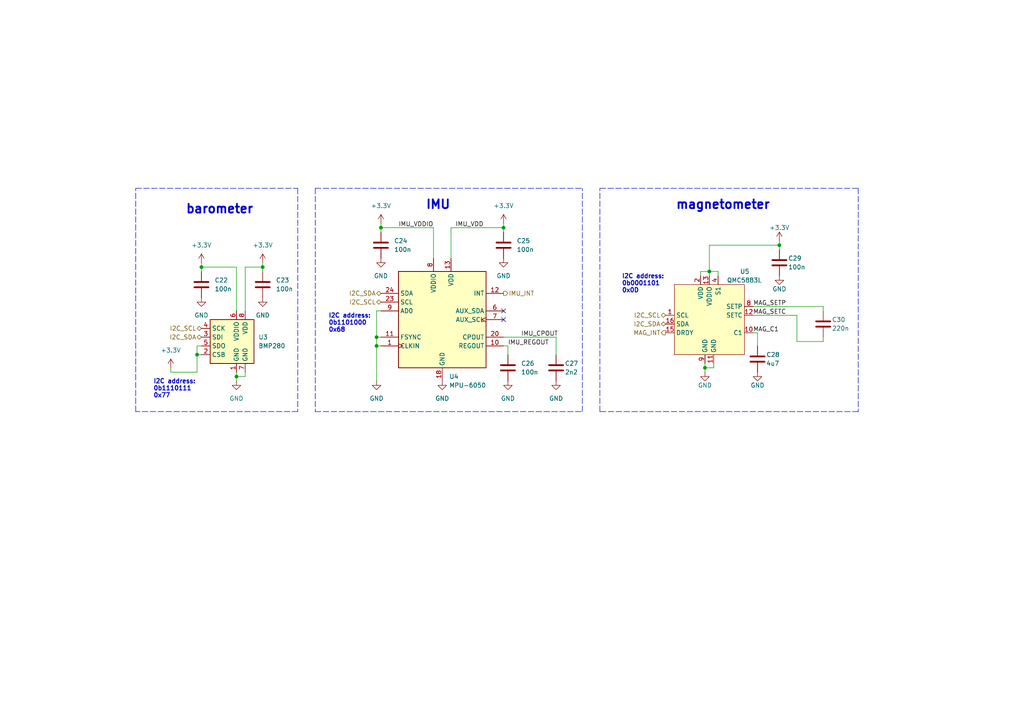
<source format=kicad_sch>
(kicad_sch (version 20211123) (generator eeschema)
  (paper "A4")
  (lib_symbols
    (symbol "Device:C" (pin_numbers hide) (pin_names (offset 0.254))
      (property "Reference" "C" (at 0.635 2.54 0))
      (property "Value" "C" (at 0.635 -2.54 0))
      (symbol "C_0_1"
        (polyline (pts (xy -2.032 -0.762) (xy 2.032 -0.762)) (stroke (width 0.508)))
        (polyline (pts (xy -2.032 0.762) (xy 2.032 0.762)) (stroke (width 0.508)))
      )
      (symbol "C_1_1"
        (pin passive line (at 0 3.81 270) (length 2.794) (name "~") (number "1"))
        (pin passive line (at 0 -3.81 90) (length 2.794) (name "~") (number "2"))
      )
    )
    (symbol "Sensor_Motion:MPU-6050"
      (property "Reference" "U" (at -11.43 13.97 0))
      (property "Value" "MPU-6050" (at 7.62 -15.24 0))
      (symbol "MPU-6050_0_0"
        (text "" (at 12.7 -2.54 0) (effects (font (size 1.27 1.27))))
      )
      (symbol "MPU-6050_0_1"
        (rectangle (start -12.7 13.97) (end 12.7 -13.97) (stroke (width 0.254)) (fill (type background)))
      )
      (symbol "MPU-6050_1_1"
        (pin input clock (at -17.78 -7.62 0) (length 5.08) (name "CLKIN") (number "1"))
        (pin passive line (at 17.78 -7.62 180) (length 5.08) (name "REGOUT") (number "10"))
        (pin input line (at -17.78 -5.08 0) (length 5.08) (name "FSYNC") (number "11"))
        (pin output line (at 17.78 7.62 180) (length 5.08) (name "INT") (number "12"))
        (pin power_in line (at 2.54 17.78 270) (length 3.81) (name "VDD") (number "13"))
        (pin no_connect line (at -12.7 -10.16 0) (length 2.54) hide (name "NC") (number "14"))
        (pin no_connect line (at 12.7 12.7 180) (length 2.54) hide (name "NC") (number "15"))
        (pin no_connect line (at 12.7 10.16 180) (length 2.54) hide (name "NC") (number "16"))
        (pin no_connect line (at 12.7 5.08 180) (length 2.54) hide (name "NC") (number "17"))
        (pin power_in line (at 0 -17.78 90) (length 3.81) (name "GND") (number "18"))
        (pin no_connect line (at 12.7 -10.16 180) (length 2.54) hide (name "NC") (number "19"))
        (pin no_connect line (at -12.7 12.7 0) (length 2.54) hide (name "NC") (number "2"))
        (pin passive line (at 17.78 -5.08 180) (length 5.08) (name "CPOUT") (number "20"))
        (pin no_connect line (at 12.7 -2.54 180) (length 2.54) hide (name "NC") (number "21"))
        (pin no_connect line (at 12.7 -12.7 180) (length 2.54) hide (name "NC") (number "22"))
        (pin input line (at -17.78 5.08 0) (length 5.08) (name "SCL") (number "23"))
        (pin bidirectional line (at -17.78 7.62 0) (length 5.08) (name "SDA") (number "24"))
        (pin no_connect line (at -12.7 10.16 0) (length 2.54) hide (name "NC") (number "3"))
        (pin no_connect line (at -12.7 0 0) (length 2.54) hide (name "NC") (number "4"))
        (pin no_connect line (at -12.7 -2.54 0) (length 2.54) hide (name "NC") (number "5"))
        (pin bidirectional line (at 17.78 2.54 180) (length 5.08) (name "AUX_SDA") (number "6"))
        (pin output clock (at 17.78 0 180) (length 5.08) (name "AUX_SCL") (number "7"))
        (pin power_in line (at -2.54 17.78 270) (length 3.81) (name "VDDIO") (number "8"))
        (pin input line (at -17.78 2.54 0) (length 5.08) (name "AD0") (number "9"))
      )
    )
    (symbol "Sensor_Pressure:BMP280"
      (property "Reference" "U" (at -7.62 10.16 0))
      (property "Value" "BMP280" (at 5.08 10.16 0))
      (symbol "BMP280_0_1"
        (rectangle (start -7.62 -5.08) (end 5.08 7.62) (stroke (width 0.254)) (fill (type background)))
      )
      (symbol "BMP280_1_1"
        (pin power_in line (at 0 -7.62 90) (length 2.54) (name "GND") (number "1"))
        (pin input line (at -10.16 -2.54 0) (length 2.54) (name "CSB") (number "2"))
        (pin bidirectional line (at -10.16 2.54 0) (length 2.54) (name "SDI") (number "3"))
        (pin input line (at -10.16 5.08 0) (length 2.54) (name "SCK") (number "4"))
        (pin bidirectional line (at -10.16 0 0) (length 2.54) (name "SDO") (number "5"))
        (pin power_in line (at 0 10.16 270) (length 2.54) (name "VDDIO") (number "6"))
        (pin power_in line (at 2.54 -7.62 90) (length 2.54) (name "GND") (number "7"))
        (pin power_in line (at 2.54 10.16 270) (length 2.54) (name "VDD") (number "8"))
      )
    )
    (symbol "goose:QMC5883L"
      (property "Reference" "U" (at 9.525 15.875 0))
      (property "Value" "QMC5883L" (at 9.525 13.335 0))
      (symbol "QMC5883L_0_1"
        (rectangle (start -10.16 11.43) (end 10.16 -8.89) (fill (type background)))
      )
      (symbol "QMC5883L_1_1"
        (pin input line (at -12.7 2.54 0) (length 2.54) (name "SCL") (number "1"))
        (pin input line (at 12.7 -2.54 180) (length 2.54) (name "C1") (number "10"))
        (pin input line (at 1.27 -11.43 90) (length 2.54) (name "GND") (number "11"))
        (pin input line (at 12.7 2.54 180) (length 2.54) (name "SETC") (number "12"))
        (pin input line (at 0 13.97 270) (length 2.54) (name "VDDIO") (number "13"))
        (pin input line (at -12.7 -2.54 0) (length 2.54) (name "DRDY") (number "15"))
        (pin input line (at -12.7 0 0) (length 2.54) (name "SDA") (number "16"))
        (pin input line (at -2.54 13.97 270) (length 2.54) (name "VDD") (number "2"))
        (pin input line (at 2.54 13.97 270) (length 2.54) (name "S1") (number "4"))
        (pin input line (at 12.7 5.08 180) (length 2.54) (name "SETP") (number "8"))
        (pin input line (at -1.27 -11.43 90) (length 2.54) (name "GND") (number "9"))
      )
    )
    (symbol "power:+3.3V" (power) (pin_names (offset 0))
      (property "Value" "+3.3V" (at 0 3.556 0))
      (symbol "+3.3V_0_1"
        (polyline (pts (xy -0.762 1.27) (xy 0 2.54)))
        (polyline (pts (xy 0 0) (xy 0 2.54)))
        (polyline (pts (xy 0 2.54) (xy 0.762 1.27)))
      )
      (symbol "+3.3V_1_1"
        (pin power_in line (at 0 0 90) (length 0) hide (name "+3.3V") (number "1"))
      )
    )
    (symbol "power:GND" (power) (pin_names (offset 0))
      (property "Value" "GND" (at 0 -3.81 0))
      (symbol "GND_0_1"
        (polyline (pts (xy 0 0) (xy 0 -1.27) (xy 1.27 -1.27) (xy 0 -2.54) (xy -1.27 -1.27) (xy 0 -1.27)))
      )
      (symbol "GND_1_1"
        (pin power_in line (at 0 0 270) (length 0) hide (name "GND") (number "1"))
      )
    )
  )
  (junction (at 205.74 78.74))
  (junction (at 76.2 77.47))
  (junction (at 146.05 66.04))
  (junction (at 226.06 71.12))
  (junction (at 109.22 97.79))
  (junction (at 58.42 77.47))
  (junction (at 109.22 100.33))
  (junction (at 110.49 66.04))
  (junction (at 68.58 109.22))
  (junction (at 204.47 106.68))
  (junction (at 57.15 102.87))
  (no_connect (at 146.05 90.17))
  (no_connect (at 146.05 92.71))
  (wire (pts (xy 204.47 106.68) (xy 204.47 107.95)))
  (wire (pts (xy 57.15 107.95) (xy 49.53 107.95)))
  (wire (pts (xy 238.76 88.9) (xy 238.76 90.17)))
  (polyline (pts (xy 91.44 119.38) (xy 168.91 119.38)))
  (wire (pts (xy 231.14 99.06) (xy 231.14 91.44)))
  (wire (pts (xy 57.15 102.87) (xy 58.42 102.87)))
  (wire (pts (xy 68.58 90.17) (xy 68.58 77.47)))
  (wire (pts (xy 146.05 64.77) (xy 146.05 66.04)))
  (wire (pts (xy 109.22 110.49) (xy 109.22 100.33)))
  (wire (pts (xy 68.58 109.22) (xy 71.12 109.22)))
  (wire (pts (xy 147.32 100.33) (xy 146.05 100.33)))
  (wire (pts (xy 68.58 109.22) (xy 68.58 110.49)))
  (wire (pts (xy 226.06 71.12) (xy 226.06 72.39)))
  (wire (pts (xy 203.2 78.74) (xy 205.74 78.74)))
  (wire (pts (xy 205.74 78.74) (xy 208.28 78.74)))
  (wire (pts (xy 110.49 64.77) (xy 110.49 66.04)))
  (wire (pts (xy 110.49 66.04) (xy 110.49 67.31)))
  (polyline (pts (xy 91.44 54.61) (xy 168.91 54.61)))
  (polyline (pts (xy 173.99 54.61) (xy 248.92 54.61)))
  (wire (pts (xy 58.42 77.47) (xy 58.42 78.74)))
  (wire (pts (xy 109.22 97.79) (xy 109.22 90.17)))
  (wire (pts (xy 219.71 96.52) (xy 219.71 100.33)))
  (wire (pts (xy 204.47 105.41) (xy 204.47 106.68)))
  (polyline (pts (xy 173.99 119.38) (xy 173.99 54.61)))
  (wire (pts (xy 205.74 71.12) (xy 226.06 71.12)))
  (wire (pts (xy 218.44 88.9) (xy 238.76 88.9)))
  (wire (pts (xy 68.58 77.47) (xy 58.42 77.47)))
  (wire (pts (xy 71.12 90.17) (xy 71.12 77.47)))
  (wire (pts (xy 218.44 96.52) (xy 219.71 96.52)))
  (wire (pts (xy 231.14 91.44) (xy 218.44 91.44)))
  (wire (pts (xy 226.06 69.85) (xy 226.06 71.12)))
  (wire (pts (xy 205.74 78.74) (xy 205.74 80.01)))
  (polyline (pts (xy 248.92 119.38) (xy 173.99 119.38)))
  (polyline (pts (xy 91.44 54.61) (xy 91.44 119.38)))
  (wire (pts (xy 125.73 66.04) (xy 110.49 66.04)))
  (wire (pts (xy 130.81 66.04) (xy 130.81 74.93)))
  (wire (pts (xy 58.42 100.33) (xy 57.15 100.33)))
  (polyline (pts (xy 39.37 54.61) (xy 86.36 54.61)))
  (wire (pts (xy 109.22 97.79) (xy 110.49 97.79)))
  (wire (pts (xy 207.01 106.68) (xy 207.01 105.41)))
  (wire (pts (xy 68.58 107.95) (xy 68.58 109.22)))
  (wire (pts (xy 58.42 76.2) (xy 58.42 77.47)))
  (polyline (pts (xy 168.91 119.38) (xy 168.91 54.61)))
  (wire (pts (xy 130.81 66.04) (xy 146.05 66.04)))
  (wire (pts (xy 71.12 77.47) (xy 76.2 77.47)))
  (wire (pts (xy 146.05 66.04) (xy 146.05 67.31)))
  (wire (pts (xy 71.12 109.22) (xy 71.12 107.95)))
  (wire (pts (xy 125.73 74.93) (xy 125.73 66.04)))
  (wire (pts (xy 76.2 77.47) (xy 76.2 78.74)))
  (wire (pts (xy 57.15 100.33) (xy 57.15 102.87)))
  (wire (pts (xy 76.2 76.2) (xy 76.2 77.47)))
  (wire (pts (xy 161.29 97.79) (xy 161.29 102.87)))
  (wire (pts (xy 146.05 97.79) (xy 161.29 97.79)))
  (wire (pts (xy 57.15 102.87) (xy 57.15 107.95)))
  (wire (pts (xy 205.74 78.74) (xy 205.74 71.12)))
  (wire (pts (xy 238.76 97.79) (xy 238.76 99.06)))
  (wire (pts (xy 204.47 106.68) (xy 207.01 106.68)))
  (wire (pts (xy 49.53 107.95) (xy 49.53 106.68)))
  (polyline (pts (xy 39.37 119.38) (xy 39.37 54.61)))
  (wire (pts (xy 238.76 99.06) (xy 231.14 99.06)))
  (polyline (pts (xy 248.92 54.61) (xy 248.92 119.38)))
  (polyline (pts (xy 86.36 54.61) (xy 86.36 119.38)))
  (wire (pts (xy 109.22 100.33) (xy 109.22 97.79)))
  (wire (pts (xy 109.22 90.17) (xy 110.49 90.17)))
  (polyline (pts (xy 86.36 119.38) (xy 39.37 119.38)))
  (wire (pts (xy 109.22 100.33) (xy 110.49 100.33)))
  (wire (pts (xy 208.28 78.74) (xy 208.28 80.01)))
  (wire (pts (xy 203.2 80.01) (xy 203.2 78.74)))
  (wire (pts (xy 147.32 102.87) (xy 147.32 100.33)))
  (text "IMU" (at 130.81 60.96 180) (effects (font (size 2.54 2.54) (thickness 0.508) bold) (justify right bottom)))
  (text "I2C address:\n0b1101000\n0x68" (at 95.25 96.52 0) (effects (font (size 1.27 1.27) (thickness 0.254) bold) (justify left bottom)))
  (text "I2C address:\n0b0001101\n0x0D" (at 180.34 85.09 0) (effects (font (size 1.27 1.27) (thickness 0.254) bold) (justify left bottom)))
  (text "magnetometer" (at 223.52 60.96 180) (effects (font (size 2.54 2.54) (thickness 0.508) bold) (justify right bottom)))
  (text "I2C address:\n0b1110111\n0x77" (at 44.45 115.57 0) (effects (font (size 1.27 1.27) (thickness 0.254) bold) (justify left bottom)))
  (text "barometer" (at 73.66 62.23 180) (effects (font (size 2.54 2.54) (thickness 0.508) bold) (justify right bottom)))
  (label "MAG_C1" (at 218.44 96.52 0))
  (label "MAG_SETP" (at 218.44 88.9 0))
  (label "IMU_CPOUT" (at 151.13 97.79 0))
  (label "IMU_VDDIO" (at 115.57 66.04 0))
  (label "IMU_VDD" (at 132.08 66.04 0))
  (label "MAG_SETC" (at 218.44 91.44 0))
  (label "IMU_REGOUT" (at 147.32 100.33 0))
  (hierarchical_label "I2C_SDA" (shape bidirectional) (at 193.04 93.98 180))
  (hierarchical_label "I2C_SCL" (shape bidirectional) (at 110.49 87.63 180))
  (hierarchical_label "I2C_SCL" (shape bidirectional) (at 58.42 95.25 180))
  (hierarchical_label "I2C_SDA" (shape bidirectional) (at 110.49 85.09 180))
  (hierarchical_label "IMU_INT" (shape output) (at 146.05 85.09 0))
  (hierarchical_label "I2C_SCL" (shape bidirectional) (at 193.04 91.44 180))
  (hierarchical_label "MAG_INT" (shape output) (at 193.04 96.52 180))
  (hierarchical_label "I2C_SDA" (shape bidirectional) (at 58.42 97.79 180))
  (symbol (lib_id "power:GND") (at 161.29 110.49 0) (unit 1)
    (property "Reference" "#PWR053" (effects hide))
    (property "Value" "GND" (at 161.29 115.57 0))
  )
  (symbol (lib_id "power:GND") (at 68.58 110.49 0) (unit 1)
    (property "Reference" "#PWR043" (effects hide))
    (property "Value" "GND" (at 68.58 115.57 0))
  )
  (symbol (lib_id "Device:C") (at 76.2 82.55 0) (unit 1)
    (property "Reference" "C23" (at 80.01 81.28 0) (effects (justify left)))
    (property "Value" "100n" (at 80.01 83.82 0) (effects (justify left)))
    (property "Footprint" "Capacitor_SMD:C_0603_1608Metric" (effects hide))
  )
  (symbol (lib_id "goose:QMC5883L") (at 205.74 93.98 0) (unit 1)
    (property "Reference" "U5" (at 214.63 78.74 0) (effects (justify left)))
    (property "Value" "QMC5883L" (at 210.82 81.28 0) (effects (justify left)))
    (property "Footprint" "goose:qmc5883l_hand_solder" (effects hide))
  )
  (symbol (lib_id "power:GND") (at 147.32 110.49 0) (unit 1)
    (property "Reference" "#PWR052" (effects hide))
    (property "Value" "GND" (at 147.32 115.57 0))
  )
  (symbol (lib_id "Device:C") (at 110.49 71.12 0) (unit 1)
    (property "Reference" "C24" (at 114.3 69.85 0) (effects (justify left)))
    (property "Value" "100n" (at 114.3 72.39 0) (effects (justify left)))
    (property "Footprint" "Capacitor_SMD:C_0603_1608Metric" (effects hide))
  )
  (symbol (lib_id "power:+3.3V") (at 76.2 76.2 0) (unit 1)
    (property "Reference" "#PWR044" (effects hide))
    (property "Value" "+3.3V" (at 76.2 71.12 0))
  )
  (symbol (lib_id "power:GND") (at 204.47 107.95 0) (unit 1)
    (property "Reference" "#PWR054" (effects hide))
    (property "Value" "GND" (at 204.47 111.76 0))
  )
  (symbol (lib_id "power:GND") (at 58.42 86.36 0) (unit 1)
    (property "Reference" "#PWR042" (effects hide))
    (property "Value" "GND" (at 58.42 91.44 0))
  )
  (symbol (lib_id "Device:C") (at 58.42 82.55 0) (unit 1)
    (property "Reference" "C22" (at 62.23 81.28 0) (effects (justify left)))
    (property "Value" "100n" (at 62.23 83.82 0) (effects (justify left)))
    (property "Footprint" "Capacitor_SMD:C_0603_1608Metric" (effects hide))
  )
  (symbol (lib_id "power:GND") (at 109.22 110.49 0) (unit 1)
    (property "Reference" "#PWR046" (effects hide))
    (property "Value" "GND" (at 109.22 115.57 0))
  )
  (symbol (lib_id "power:GND") (at 146.05 74.93 0) (unit 1)
    (property "Reference" "#PWR051" (effects hide))
    (property "Value" "GND" (at 146.05 80.01 0))
  )
  (symbol (lib_id "Device:C") (at 219.71 104.14 0) (unit 1)
    (property "Reference" "C28" (at 222.25 102.87 0) (effects (justify left)))
    (property "Value" "4u7" (at 222.25 105.41 0) (effects (justify left)))
    (property "Footprint" "Capacitor_SMD:C_0603_1608Metric" (effects hide))
  )
  (symbol (lib_id "power:+3.3V") (at 146.05 64.77 0) (unit 1)
    (property "Reference" "#PWR050" (effects hide))
    (property "Value" "+3.3V" (at 146.05 59.69 0))
  )
  (symbol (lib_id "Device:C") (at 238.76 93.98 0) (unit 1)
    (property "Reference" "C30" (at 241.3 92.71 0) (effects (justify left)))
    (property "Value" "220n" (at 241.3 95.25 0) (effects (justify left)))
    (property "Footprint" "Capacitor_SMD:C_0603_1608Metric" (effects hide))
  )
  (symbol (lib_id "Device:C") (at 147.32 106.68 0) (unit 1)
    (property "Reference" "C26" (at 151.13 105.4099 0) (effects (justify left)))
    (property "Value" "100n" (at 151.13 107.9499 0) (effects (justify left)))
    (property "Footprint" "Capacitor_SMD:C_0603_1608Metric" (effects hide))
  )
  (symbol (lib_id "power:+3.3V") (at 58.42 76.2 0) (unit 1)
    (property "Reference" "#PWR041" (effects hide))
    (property "Value" "+3.3V" (at 58.42 71.12 0))
  )
  (symbol (lib_id "power:+3.3V") (at 110.49 64.77 0) (unit 1)
    (property "Reference" "#PWR047" (effects hide))
    (property "Value" "+3.3V" (at 110.49 59.69 0))
  )
  (symbol (lib_id "Sensor_Pressure:BMP280") (at 68.58 100.33 0) (unit 1)
    (property "Reference" "U3" (at 74.93 97.7899 0) (effects (justify left)))
    (property "Value" "BMP280" (at 74.93 100.3299 0) (effects (justify left)))
    (property "Footprint" "goose:bmp280_hand_solder" (effects hide))
    (property "Datasheet" "https://ae-bst.resource.bosch.com/media/_tech/media/datasheets/BST-BMP280-DS001.pdf" (effects hide))
  )
  (symbol (lib_id "Device:C") (at 161.29 106.68 0) (unit 1)
    (property "Reference" "C27" (at 163.83 105.41 0) (effects (justify left)))
    (property "Value" "2n2" (at 163.83 107.95 0) (effects (justify left)))
    (property "Footprint" "Capacitor_SMD:C_0603_1608Metric" (effects hide))
  )
  (symbol (lib_id "power:GND") (at 219.71 107.95 0) (unit 1)
    (property "Reference" "#PWR055" (effects hide))
    (property "Value" "GND" (at 219.71 111.76 0))
  )
  (symbol (lib_id "power:GND") (at 226.06 80.01 0) (unit 1)
    (property "Reference" "#PWR057" (effects hide))
    (property "Value" "GND" (at 226.06 83.82 0))
  )
  (symbol (lib_id "power:GND") (at 128.27 110.49 0) (unit 1)
    (property "Reference" "#PWR049" (effects hide))
    (property "Value" "GND" (at 128.27 115.57 0))
  )
  (symbol (lib_id "power:+3.3V") (at 226.06 69.85 0) (unit 1)
    (property "Reference" "#PWR056" (effects hide))
    (property "Value" "+3.3V" (at 226.06 66.04 0))
  )
  (symbol (lib_id "power:GND") (at 110.49 74.93 0) (unit 1)
    (property "Reference" "#PWR048" (effects hide))
    (property "Value" "GND" (at 110.49 80.01 0))
  )
  (symbol (lib_id "power:GND") (at 76.2 86.36 0) (unit 1)
    (property "Reference" "#PWR045" (effects hide))
    (property "Value" "GND" (at 76.2 91.44 0))
  )
  (symbol (lib_id "Sensor_Motion:MPU-6050") (at 128.27 92.71 0) (unit 1)
    (property "Reference" "U4" (at 130.2894 109.22 0) (effects (justify left)))
    (property "Value" "MPU-6050" (at 130.2894 111.76 0) (effects (justify left)))
    (property "Footprint" "goose:mpu6050_hand_solder" (effects hide))
    (property "Datasheet" "https://store.invensense.com/datasheets/invensense/MPU-6050_DataSheet_V3%204.pdf" (effects hide))
  )
  (symbol (lib_id "Device:C") (at 146.05 71.12 0) (unit 1)
    (property "Reference" "C25" (at 149.86 69.8499 0) (effects (justify left)))
    (property "Value" "100n" (at 149.86 72.3899 0) (effects (justify left)))
    (property "Footprint" "Capacitor_SMD:C_0603_1608Metric" (effects hide))
  )
  (symbol (lib_id "Device:C") (at 226.06 76.2 0) (unit 1)
    (property "Reference" "C29" (at 228.6 74.93 0) (effects (justify left)))
    (property "Value" "100n" (at 228.6 77.47 0) (effects (justify left)))
    (property "Footprint" "Capacitor_SMD:C_0603_1608Metric" (effects hide))
  )
  (symbol (lib_id "power:+3.3V") (at 49.53 106.68 0) (unit 1)
    (property "Reference" "#PWR040" (effects hide))
    (property "Value" "+3.3V" (at 49.53 101.6 0))
  )
)
</source>
